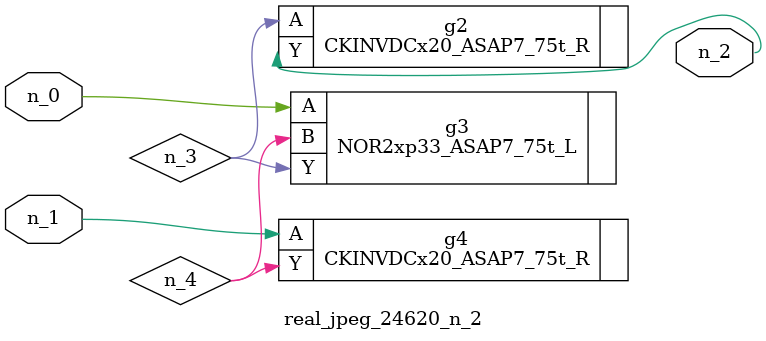
<source format=v>
module real_jpeg_24620_n_2 (n_1, n_0, n_2);

input n_1;
input n_0;

output n_2;

wire n_4;
wire n_3;

NOR2xp33_ASAP7_75t_L g3 ( 
.A(n_0),
.B(n_4),
.Y(n_3)
);

CKINVDCx20_ASAP7_75t_R g4 ( 
.A(n_1),
.Y(n_4)
);

CKINVDCx20_ASAP7_75t_R g2 ( 
.A(n_3),
.Y(n_2)
);


endmodule
</source>
